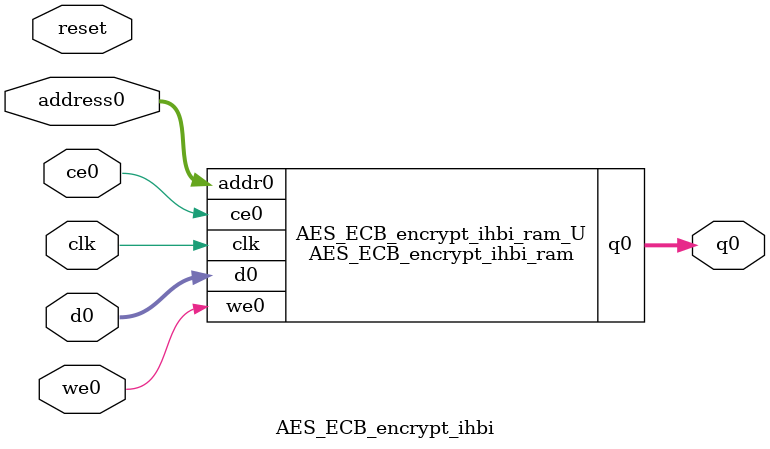
<source format=v>
`timescale 1 ns / 1 ps
module AES_ECB_encrypt_ihbi_ram (addr0, ce0, d0, we0, q0,  clk);

parameter DWIDTH = 8;
parameter AWIDTH = 4;
parameter MEM_SIZE = 16;

input[AWIDTH-1:0] addr0;
input ce0;
input[DWIDTH-1:0] d0;
input we0;
output reg[DWIDTH-1:0] q0;
input clk;

(* ram_style = "distributed" *)reg [DWIDTH-1:0] ram[0:MEM_SIZE-1];




always @(posedge clk)  
begin 
    if (ce0) 
    begin
        if (we0) 
        begin 
            ram[addr0] <= d0; 
        end 
        q0 <= ram[addr0];
    end
end


endmodule

`timescale 1 ns / 1 ps
module AES_ECB_encrypt_ihbi(
    reset,
    clk,
    address0,
    ce0,
    we0,
    d0,
    q0);

parameter DataWidth = 32'd8;
parameter AddressRange = 32'd16;
parameter AddressWidth = 32'd4;
input reset;
input clk;
input[AddressWidth - 1:0] address0;
input ce0;
input we0;
input[DataWidth - 1:0] d0;
output[DataWidth - 1:0] q0;



AES_ECB_encrypt_ihbi_ram AES_ECB_encrypt_ihbi_ram_U(
    .clk( clk ),
    .addr0( address0 ),
    .ce0( ce0 ),
    .we0( we0 ),
    .d0( d0 ),
    .q0( q0 ));

endmodule


</source>
